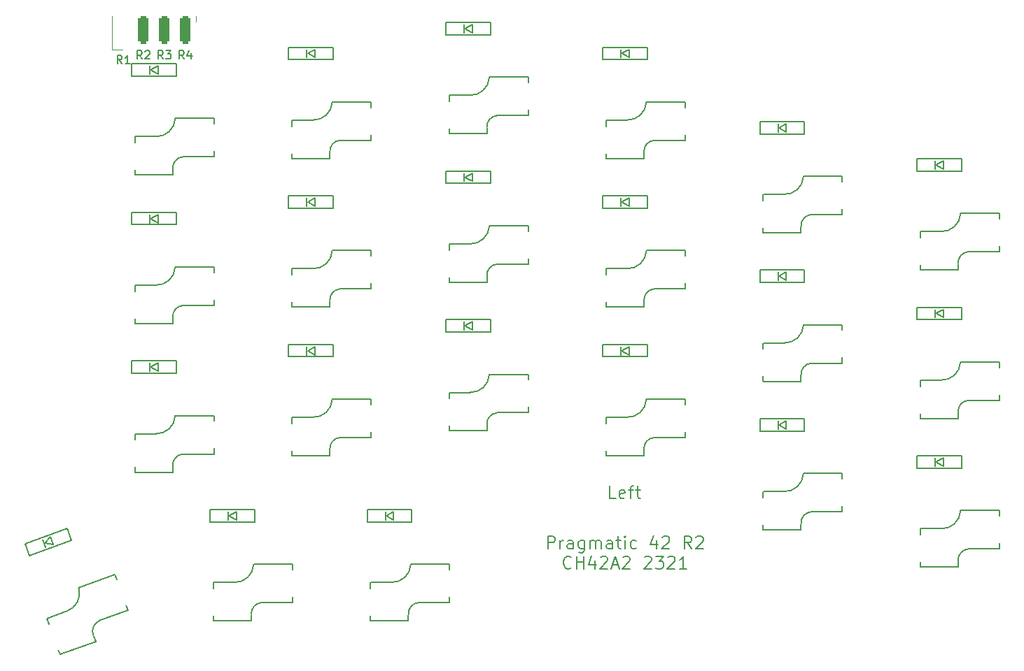
<source format=gto>
%TF.GenerationSoftware,KiCad,Pcbnew,7.0.2-0*%
%TF.CreationDate,2023-05-24T14:01:04+08:00*%
%TF.ProjectId,Input,496e7075-742e-46b6-9963-61645f706362,1*%
%TF.SameCoordinates,PX7bfa480PY6052340*%
%TF.FileFunction,Legend,Top*%
%TF.FilePolarity,Positive*%
%FSLAX46Y46*%
G04 Gerber Fmt 4.6, Leading zero omitted, Abs format (unit mm)*
G04 Created by KiCad (PCBNEW 7.0.2-0) date 2023-05-24 14:01:04*
%MOMM*%
%LPD*%
G01*
G04 APERTURE LIST*
G04 Aperture macros list*
%AMRoundRect*
0 Rectangle with rounded corners*
0 $1 Rounding radius*
0 $2 $3 $4 $5 $6 $7 $8 $9 X,Y pos of 4 corners*
0 Add a 4 corners polygon primitive as box body*
4,1,4,$2,$3,$4,$5,$6,$7,$8,$9,$2,$3,0*
0 Add four circle primitives for the rounded corners*
1,1,$1+$1,$2,$3*
1,1,$1+$1,$4,$5*
1,1,$1+$1,$6,$7*
1,1,$1+$1,$8,$9*
0 Add four rect primitives between the rounded corners*
20,1,$1+$1,$2,$3,$4,$5,0*
20,1,$1+$1,$4,$5,$6,$7,0*
20,1,$1+$1,$6,$7,$8,$9,0*
20,1,$1+$1,$8,$9,$2,$3,0*%
%AMRotRect*
0 Rectangle, with rotation*
0 The origin of the aperture is its center*
0 $1 length*
0 $2 width*
0 $3 Rotation angle, in degrees counterclockwise*
0 Add horizontal line*
21,1,$1,$2,0,0,$3*%
G04 Aperture macros list end*
%ADD10C,0.150000*%
%ADD11C,0.200000*%
%ADD12C,0.120000*%
%ADD13C,3.000000*%
%ADD14R,2.000000X2.600000*%
%ADD15C,3.200000*%
%ADD16R,1.400000X1.000000*%
%ADD17RotRect,1.400000X1.000000X20.000000*%
%ADD18R,1.270000X3.429000*%
%ADD19RoundRect,0.317500X-0.317500X-1.397000X0.317500X-1.397000X0.317500X1.397000X-0.317500X1.397000X0*%
%ADD20RotRect,2.000000X2.600000X200.000000*%
%ADD21C,1.700000*%
G04 APERTURE END LIST*
D10*
X-1446667Y23837381D02*
X-1780000Y24313572D01*
X-2018095Y23837381D02*
X-2018095Y24837381D01*
X-2018095Y24837381D02*
X-1637143Y24837381D01*
X-1637143Y24837381D02*
X-1541905Y24789762D01*
X-1541905Y24789762D02*
X-1494286Y24742143D01*
X-1494286Y24742143D02*
X-1446667Y24646905D01*
X-1446667Y24646905D02*
X-1446667Y24504048D01*
X-1446667Y24504048D02*
X-1494286Y24408810D01*
X-1494286Y24408810D02*
X-1541905Y24361191D01*
X-1541905Y24361191D02*
X-1637143Y24313572D01*
X-1637143Y24313572D02*
X-2018095Y24313572D01*
X-1065714Y24742143D02*
X-1018095Y24789762D01*
X-1018095Y24789762D02*
X-922857Y24837381D01*
X-922857Y24837381D02*
X-684762Y24837381D01*
X-684762Y24837381D02*
X-589524Y24789762D01*
X-589524Y24789762D02*
X-541905Y24742143D01*
X-541905Y24742143D02*
X-494286Y24646905D01*
X-494286Y24646905D02*
X-494286Y24551667D01*
X-494286Y24551667D02*
X-541905Y24408810D01*
X-541905Y24408810D02*
X-1113333Y23837381D01*
X-1113333Y23837381D02*
X-494286Y23837381D01*
X-3859667Y23257381D02*
X-4193000Y23733572D01*
X-4431095Y23257381D02*
X-4431095Y24257381D01*
X-4431095Y24257381D02*
X-4050143Y24257381D01*
X-4050143Y24257381D02*
X-3954905Y24209762D01*
X-3954905Y24209762D02*
X-3907286Y24162143D01*
X-3907286Y24162143D02*
X-3859667Y24066905D01*
X-3859667Y24066905D02*
X-3859667Y23924048D01*
X-3859667Y23924048D02*
X-3907286Y23828810D01*
X-3907286Y23828810D02*
X-3954905Y23781191D01*
X-3954905Y23781191D02*
X-4050143Y23733572D01*
X-4050143Y23733572D02*
X-4431095Y23733572D01*
X-2907286Y23257381D02*
X-3478714Y23257381D01*
X-3193000Y23257381D02*
X-3193000Y24257381D01*
X-3193000Y24257381D02*
X-3288238Y24114524D01*
X-3288238Y24114524D02*
X-3383476Y24019286D01*
X-3383476Y24019286D02*
X-3478714Y23971667D01*
D11*
X47642857Y-35478928D02*
X47642857Y-33978928D01*
X47642857Y-33978928D02*
X48214286Y-33978928D01*
X48214286Y-33978928D02*
X48357143Y-34050357D01*
X48357143Y-34050357D02*
X48428572Y-34121785D01*
X48428572Y-34121785D02*
X48500000Y-34264642D01*
X48500000Y-34264642D02*
X48500000Y-34478928D01*
X48500000Y-34478928D02*
X48428572Y-34621785D01*
X48428572Y-34621785D02*
X48357143Y-34693214D01*
X48357143Y-34693214D02*
X48214286Y-34764642D01*
X48214286Y-34764642D02*
X47642857Y-34764642D01*
X49142857Y-35478928D02*
X49142857Y-34478928D01*
X49142857Y-34764642D02*
X49214286Y-34621785D01*
X49214286Y-34621785D02*
X49285715Y-34550357D01*
X49285715Y-34550357D02*
X49428572Y-34478928D01*
X49428572Y-34478928D02*
X49571429Y-34478928D01*
X50714286Y-35478928D02*
X50714286Y-34693214D01*
X50714286Y-34693214D02*
X50642857Y-34550357D01*
X50642857Y-34550357D02*
X50500000Y-34478928D01*
X50500000Y-34478928D02*
X50214286Y-34478928D01*
X50214286Y-34478928D02*
X50071428Y-34550357D01*
X50714286Y-35407500D02*
X50571428Y-35478928D01*
X50571428Y-35478928D02*
X50214286Y-35478928D01*
X50214286Y-35478928D02*
X50071428Y-35407500D01*
X50071428Y-35407500D02*
X50000000Y-35264642D01*
X50000000Y-35264642D02*
X50000000Y-35121785D01*
X50000000Y-35121785D02*
X50071428Y-34978928D01*
X50071428Y-34978928D02*
X50214286Y-34907500D01*
X50214286Y-34907500D02*
X50571428Y-34907500D01*
X50571428Y-34907500D02*
X50714286Y-34836071D01*
X52071429Y-34478928D02*
X52071429Y-35693214D01*
X52071429Y-35693214D02*
X52000000Y-35836071D01*
X52000000Y-35836071D02*
X51928571Y-35907500D01*
X51928571Y-35907500D02*
X51785714Y-35978928D01*
X51785714Y-35978928D02*
X51571429Y-35978928D01*
X51571429Y-35978928D02*
X51428571Y-35907500D01*
X52071429Y-35407500D02*
X51928571Y-35478928D01*
X51928571Y-35478928D02*
X51642857Y-35478928D01*
X51642857Y-35478928D02*
X51500000Y-35407500D01*
X51500000Y-35407500D02*
X51428571Y-35336071D01*
X51428571Y-35336071D02*
X51357143Y-35193214D01*
X51357143Y-35193214D02*
X51357143Y-34764642D01*
X51357143Y-34764642D02*
X51428571Y-34621785D01*
X51428571Y-34621785D02*
X51500000Y-34550357D01*
X51500000Y-34550357D02*
X51642857Y-34478928D01*
X51642857Y-34478928D02*
X51928571Y-34478928D01*
X51928571Y-34478928D02*
X52071429Y-34550357D01*
X52785714Y-35478928D02*
X52785714Y-34478928D01*
X52785714Y-34621785D02*
X52857143Y-34550357D01*
X52857143Y-34550357D02*
X53000000Y-34478928D01*
X53000000Y-34478928D02*
X53214286Y-34478928D01*
X53214286Y-34478928D02*
X53357143Y-34550357D01*
X53357143Y-34550357D02*
X53428572Y-34693214D01*
X53428572Y-34693214D02*
X53428572Y-35478928D01*
X53428572Y-34693214D02*
X53500000Y-34550357D01*
X53500000Y-34550357D02*
X53642857Y-34478928D01*
X53642857Y-34478928D02*
X53857143Y-34478928D01*
X53857143Y-34478928D02*
X54000000Y-34550357D01*
X54000000Y-34550357D02*
X54071429Y-34693214D01*
X54071429Y-34693214D02*
X54071429Y-35478928D01*
X55428572Y-35478928D02*
X55428572Y-34693214D01*
X55428572Y-34693214D02*
X55357143Y-34550357D01*
X55357143Y-34550357D02*
X55214286Y-34478928D01*
X55214286Y-34478928D02*
X54928572Y-34478928D01*
X54928572Y-34478928D02*
X54785714Y-34550357D01*
X55428572Y-35407500D02*
X55285714Y-35478928D01*
X55285714Y-35478928D02*
X54928572Y-35478928D01*
X54928572Y-35478928D02*
X54785714Y-35407500D01*
X54785714Y-35407500D02*
X54714286Y-35264642D01*
X54714286Y-35264642D02*
X54714286Y-35121785D01*
X54714286Y-35121785D02*
X54785714Y-34978928D01*
X54785714Y-34978928D02*
X54928572Y-34907500D01*
X54928572Y-34907500D02*
X55285714Y-34907500D01*
X55285714Y-34907500D02*
X55428572Y-34836071D01*
X55928572Y-34478928D02*
X56500000Y-34478928D01*
X56142857Y-33978928D02*
X56142857Y-35264642D01*
X56142857Y-35264642D02*
X56214286Y-35407500D01*
X56214286Y-35407500D02*
X56357143Y-35478928D01*
X56357143Y-35478928D02*
X56500000Y-35478928D01*
X57000000Y-35478928D02*
X57000000Y-34478928D01*
X57000000Y-33978928D02*
X56928572Y-34050357D01*
X56928572Y-34050357D02*
X57000000Y-34121785D01*
X57000000Y-34121785D02*
X57071429Y-34050357D01*
X57071429Y-34050357D02*
X57000000Y-33978928D01*
X57000000Y-33978928D02*
X57000000Y-34121785D01*
X58357144Y-35407500D02*
X58214286Y-35478928D01*
X58214286Y-35478928D02*
X57928572Y-35478928D01*
X57928572Y-35478928D02*
X57785715Y-35407500D01*
X57785715Y-35407500D02*
X57714286Y-35336071D01*
X57714286Y-35336071D02*
X57642858Y-35193214D01*
X57642858Y-35193214D02*
X57642858Y-34764642D01*
X57642858Y-34764642D02*
X57714286Y-34621785D01*
X57714286Y-34621785D02*
X57785715Y-34550357D01*
X57785715Y-34550357D02*
X57928572Y-34478928D01*
X57928572Y-34478928D02*
X58214286Y-34478928D01*
X58214286Y-34478928D02*
X58357144Y-34550357D01*
X60785715Y-34478928D02*
X60785715Y-35478928D01*
X60428572Y-33907500D02*
X60071429Y-34978928D01*
X60071429Y-34978928D02*
X61000000Y-34978928D01*
X61500000Y-34121785D02*
X61571428Y-34050357D01*
X61571428Y-34050357D02*
X61714286Y-33978928D01*
X61714286Y-33978928D02*
X62071428Y-33978928D01*
X62071428Y-33978928D02*
X62214286Y-34050357D01*
X62214286Y-34050357D02*
X62285714Y-34121785D01*
X62285714Y-34121785D02*
X62357143Y-34264642D01*
X62357143Y-34264642D02*
X62357143Y-34407500D01*
X62357143Y-34407500D02*
X62285714Y-34621785D01*
X62285714Y-34621785D02*
X61428571Y-35478928D01*
X61428571Y-35478928D02*
X62357143Y-35478928D01*
X64999999Y-35478928D02*
X64499999Y-34764642D01*
X64142856Y-35478928D02*
X64142856Y-33978928D01*
X64142856Y-33978928D02*
X64714285Y-33978928D01*
X64714285Y-33978928D02*
X64857142Y-34050357D01*
X64857142Y-34050357D02*
X64928571Y-34121785D01*
X64928571Y-34121785D02*
X64999999Y-34264642D01*
X64999999Y-34264642D02*
X64999999Y-34478928D01*
X64999999Y-34478928D02*
X64928571Y-34621785D01*
X64928571Y-34621785D02*
X64857142Y-34693214D01*
X64857142Y-34693214D02*
X64714285Y-34764642D01*
X64714285Y-34764642D02*
X64142856Y-34764642D01*
X65571428Y-34121785D02*
X65642856Y-34050357D01*
X65642856Y-34050357D02*
X65785714Y-33978928D01*
X65785714Y-33978928D02*
X66142856Y-33978928D01*
X66142856Y-33978928D02*
X66285714Y-34050357D01*
X66285714Y-34050357D02*
X66357142Y-34121785D01*
X66357142Y-34121785D02*
X66428571Y-34264642D01*
X66428571Y-34264642D02*
X66428571Y-34407500D01*
X66428571Y-34407500D02*
X66357142Y-34621785D01*
X66357142Y-34621785D02*
X65499999Y-35478928D01*
X65499999Y-35478928D02*
X66428571Y-35478928D01*
X50464287Y-37766071D02*
X50392859Y-37837500D01*
X50392859Y-37837500D02*
X50178573Y-37908928D01*
X50178573Y-37908928D02*
X50035716Y-37908928D01*
X50035716Y-37908928D02*
X49821430Y-37837500D01*
X49821430Y-37837500D02*
X49678573Y-37694642D01*
X49678573Y-37694642D02*
X49607144Y-37551785D01*
X49607144Y-37551785D02*
X49535716Y-37266071D01*
X49535716Y-37266071D02*
X49535716Y-37051785D01*
X49535716Y-37051785D02*
X49607144Y-36766071D01*
X49607144Y-36766071D02*
X49678573Y-36623214D01*
X49678573Y-36623214D02*
X49821430Y-36480357D01*
X49821430Y-36480357D02*
X50035716Y-36408928D01*
X50035716Y-36408928D02*
X50178573Y-36408928D01*
X50178573Y-36408928D02*
X50392859Y-36480357D01*
X50392859Y-36480357D02*
X50464287Y-36551785D01*
X51107144Y-37908928D02*
X51107144Y-36408928D01*
X51107144Y-37123214D02*
X51964287Y-37123214D01*
X51964287Y-37908928D02*
X51964287Y-36408928D01*
X53321431Y-36908928D02*
X53321431Y-37908928D01*
X52964288Y-36337500D02*
X52607145Y-37408928D01*
X52607145Y-37408928D02*
X53535716Y-37408928D01*
X54035716Y-36551785D02*
X54107144Y-36480357D01*
X54107144Y-36480357D02*
X54250002Y-36408928D01*
X54250002Y-36408928D02*
X54607144Y-36408928D01*
X54607144Y-36408928D02*
X54750002Y-36480357D01*
X54750002Y-36480357D02*
X54821430Y-36551785D01*
X54821430Y-36551785D02*
X54892859Y-36694642D01*
X54892859Y-36694642D02*
X54892859Y-36837500D01*
X54892859Y-36837500D02*
X54821430Y-37051785D01*
X54821430Y-37051785D02*
X53964287Y-37908928D01*
X53964287Y-37908928D02*
X54892859Y-37908928D01*
X55464287Y-37480357D02*
X56178573Y-37480357D01*
X55321430Y-37908928D02*
X55821430Y-36408928D01*
X55821430Y-36408928D02*
X56321430Y-37908928D01*
X56750001Y-36551785D02*
X56821429Y-36480357D01*
X56821429Y-36480357D02*
X56964287Y-36408928D01*
X56964287Y-36408928D02*
X57321429Y-36408928D01*
X57321429Y-36408928D02*
X57464287Y-36480357D01*
X57464287Y-36480357D02*
X57535715Y-36551785D01*
X57535715Y-36551785D02*
X57607144Y-36694642D01*
X57607144Y-36694642D02*
X57607144Y-36837500D01*
X57607144Y-36837500D02*
X57535715Y-37051785D01*
X57535715Y-37051785D02*
X56678572Y-37908928D01*
X56678572Y-37908928D02*
X57607144Y-37908928D01*
X59321429Y-36551785D02*
X59392857Y-36480357D01*
X59392857Y-36480357D02*
X59535715Y-36408928D01*
X59535715Y-36408928D02*
X59892857Y-36408928D01*
X59892857Y-36408928D02*
X60035715Y-36480357D01*
X60035715Y-36480357D02*
X60107143Y-36551785D01*
X60107143Y-36551785D02*
X60178572Y-36694642D01*
X60178572Y-36694642D02*
X60178572Y-36837500D01*
X60178572Y-36837500D02*
X60107143Y-37051785D01*
X60107143Y-37051785D02*
X59250000Y-37908928D01*
X59250000Y-37908928D02*
X60178572Y-37908928D01*
X60678571Y-36408928D02*
X61607143Y-36408928D01*
X61607143Y-36408928D02*
X61107143Y-36980357D01*
X61107143Y-36980357D02*
X61321428Y-36980357D01*
X61321428Y-36980357D02*
X61464286Y-37051785D01*
X61464286Y-37051785D02*
X61535714Y-37123214D01*
X61535714Y-37123214D02*
X61607143Y-37266071D01*
X61607143Y-37266071D02*
X61607143Y-37623214D01*
X61607143Y-37623214D02*
X61535714Y-37766071D01*
X61535714Y-37766071D02*
X61464286Y-37837500D01*
X61464286Y-37837500D02*
X61321428Y-37908928D01*
X61321428Y-37908928D02*
X60892857Y-37908928D01*
X60892857Y-37908928D02*
X60750000Y-37837500D01*
X60750000Y-37837500D02*
X60678571Y-37766071D01*
X62178571Y-36551785D02*
X62249999Y-36480357D01*
X62249999Y-36480357D02*
X62392857Y-36408928D01*
X62392857Y-36408928D02*
X62749999Y-36408928D01*
X62749999Y-36408928D02*
X62892857Y-36480357D01*
X62892857Y-36480357D02*
X62964285Y-36551785D01*
X62964285Y-36551785D02*
X63035714Y-36694642D01*
X63035714Y-36694642D02*
X63035714Y-36837500D01*
X63035714Y-36837500D02*
X62964285Y-37051785D01*
X62964285Y-37051785D02*
X62107142Y-37908928D01*
X62107142Y-37908928D02*
X63035714Y-37908928D01*
X64464285Y-37908928D02*
X63607142Y-37908928D01*
X64035713Y-37908928D02*
X64035713Y-36408928D01*
X64035713Y-36408928D02*
X63892856Y-36623214D01*
X63892856Y-36623214D02*
X63749999Y-36766071D01*
X63749999Y-36766071D02*
X63607142Y-36837500D01*
D10*
X3633333Y23837381D02*
X3300000Y24313572D01*
X3061905Y23837381D02*
X3061905Y24837381D01*
X3061905Y24837381D02*
X3442857Y24837381D01*
X3442857Y24837381D02*
X3538095Y24789762D01*
X3538095Y24789762D02*
X3585714Y24742143D01*
X3585714Y24742143D02*
X3633333Y24646905D01*
X3633333Y24646905D02*
X3633333Y24504048D01*
X3633333Y24504048D02*
X3585714Y24408810D01*
X3585714Y24408810D02*
X3538095Y24361191D01*
X3538095Y24361191D02*
X3442857Y24313572D01*
X3442857Y24313572D02*
X3061905Y24313572D01*
X4490476Y24504048D02*
X4490476Y23837381D01*
X4252381Y24885000D02*
X4014286Y24170715D01*
X4014286Y24170715D02*
X4633333Y24170715D01*
X1093333Y23837381D02*
X760000Y24313572D01*
X521905Y23837381D02*
X521905Y24837381D01*
X521905Y24837381D02*
X902857Y24837381D01*
X902857Y24837381D02*
X998095Y24789762D01*
X998095Y24789762D02*
X1045714Y24742143D01*
X1045714Y24742143D02*
X1093333Y24646905D01*
X1093333Y24646905D02*
X1093333Y24504048D01*
X1093333Y24504048D02*
X1045714Y24408810D01*
X1045714Y24408810D02*
X998095Y24361191D01*
X998095Y24361191D02*
X902857Y24313572D01*
X902857Y24313572D02*
X521905Y24313572D01*
X1426667Y24837381D02*
X2045714Y24837381D01*
X2045714Y24837381D02*
X1712381Y24456429D01*
X1712381Y24456429D02*
X1855238Y24456429D01*
X1855238Y24456429D02*
X1950476Y24408810D01*
X1950476Y24408810D02*
X1998095Y24361191D01*
X1998095Y24361191D02*
X2045714Y24265953D01*
X2045714Y24265953D02*
X2045714Y24027858D01*
X2045714Y24027858D02*
X1998095Y23932620D01*
X1998095Y23932620D02*
X1950476Y23885000D01*
X1950476Y23885000D02*
X1855238Y23837381D01*
X1855238Y23837381D02*
X1569524Y23837381D01*
X1569524Y23837381D02*
X1474286Y23885000D01*
X1474286Y23885000D02*
X1426667Y23932620D01*
D11*
X55864285Y-29393928D02*
X55149999Y-29393928D01*
X55149999Y-29393928D02*
X55149999Y-27893928D01*
X56935714Y-29322500D02*
X56792857Y-29393928D01*
X56792857Y-29393928D02*
X56507143Y-29393928D01*
X56507143Y-29393928D02*
X56364285Y-29322500D01*
X56364285Y-29322500D02*
X56292857Y-29179642D01*
X56292857Y-29179642D02*
X56292857Y-28608214D01*
X56292857Y-28608214D02*
X56364285Y-28465357D01*
X56364285Y-28465357D02*
X56507143Y-28393928D01*
X56507143Y-28393928D02*
X56792857Y-28393928D01*
X56792857Y-28393928D02*
X56935714Y-28465357D01*
X56935714Y-28465357D02*
X57007143Y-28608214D01*
X57007143Y-28608214D02*
X57007143Y-28751071D01*
X57007143Y-28751071D02*
X56292857Y-28893928D01*
X57435714Y-28393928D02*
X58007142Y-28393928D01*
X57649999Y-29393928D02*
X57649999Y-28108214D01*
X57649999Y-28108214D02*
X57721428Y-27965357D01*
X57721428Y-27965357D02*
X57864285Y-27893928D01*
X57864285Y-27893928D02*
X58007142Y-27893928D01*
X58292857Y-28393928D02*
X58864285Y-28393928D01*
X58507142Y-27893928D02*
X58507142Y-29179642D01*
X58507142Y-29179642D02*
X58578571Y-29322500D01*
X58578571Y-29322500D02*
X58721428Y-29393928D01*
X58721428Y-29393928D02*
X58864285Y-29393928D01*
D10*
%TO.C,SW17*%
X16700000Y16400000D02*
X16700000Y15682000D01*
X16700000Y15682000D02*
X16700000Y15682000D01*
X16700000Y12380000D02*
X16700000Y11800000D01*
X16725000Y16425000D02*
X19275000Y16425000D01*
X16725000Y11775000D02*
X21275000Y11775000D01*
X21280000Y12500000D02*
X21280000Y11800000D01*
X21575000Y18625000D02*
X26275000Y18625000D01*
X22500000Y13975000D02*
X26275000Y13975000D01*
X26275000Y18625000D02*
X26275000Y17968000D01*
X26275000Y14666000D02*
X26275000Y13975000D01*
X22500000Y13970000D02*
G75*
G03*
X21280000Y12550000I100000J-1320000D01*
G01*
X19200000Y16430001D02*
G75*
G03*
X21569999Y18600000I100000J2269999D01*
G01*
%TO.C,SW29*%
X16700000Y-1600000D02*
X16700000Y-2318000D01*
X16700000Y-2318000D02*
X16700000Y-2318000D01*
X16700000Y-5620000D02*
X16700000Y-6200000D01*
X16725000Y-1575000D02*
X19275000Y-1575000D01*
X16725000Y-6225000D02*
X21275000Y-6225000D01*
X21280000Y-5500000D02*
X21280000Y-6200000D01*
X21575000Y625000D02*
X26275000Y625000D01*
X22500000Y-4025000D02*
X26275000Y-4025000D01*
X26275000Y625000D02*
X26275000Y-32000D01*
X26275000Y-3334000D02*
X26275000Y-4025000D01*
X22500000Y-4030000D02*
G75*
G03*
X21280000Y-5450000I100000J-1320000D01*
G01*
X19200000Y-1569999D02*
G75*
G03*
X21569999Y600000I100000J2269999D01*
G01*
%TO.C,D27*%
X54300000Y7250000D02*
X54300000Y5750000D01*
X54300000Y5750000D02*
X59700000Y5750000D01*
X56500000Y7000000D02*
X56500000Y6000000D01*
X56600000Y6500000D02*
X57500000Y7000000D01*
X57500000Y7000000D02*
X57500000Y6000000D01*
X57500000Y6000000D02*
X56600000Y6500000D01*
X59700000Y7250000D02*
X54300000Y7250000D01*
X59700000Y7250000D02*
X59700000Y5750000D01*
%TO.C,D18*%
X-2700000Y23250000D02*
X-2700000Y21750000D01*
X-2700000Y21750000D02*
X2700000Y21750000D01*
X-500000Y23000000D02*
X-500000Y22000000D01*
X-400000Y22500000D02*
X500000Y23000000D01*
X500000Y23000000D02*
X500000Y22000000D01*
X500000Y22000000D02*
X-400000Y22500000D01*
X2700000Y23250000D02*
X-2700000Y23250000D01*
X2700000Y23250000D02*
X2700000Y21750000D01*
%TO.C,SW15*%
X54700000Y16400000D02*
X54700000Y15682000D01*
X54700000Y15682000D02*
X54700000Y15682000D01*
X54700000Y12380000D02*
X54700000Y11800000D01*
X54725000Y16425000D02*
X57275000Y16425000D01*
X54725000Y11775000D02*
X59275000Y11775000D01*
X59280000Y12500000D02*
X59280000Y11800000D01*
X59575000Y18625000D02*
X64275000Y18625000D01*
X60500000Y13975000D02*
X64275000Y13975000D01*
X64275000Y18625000D02*
X64275000Y17968000D01*
X64275000Y14666000D02*
X64275000Y13975000D01*
X60500000Y13970000D02*
G75*
G03*
X59280000Y12550000I100000J-1320000D01*
G01*
X57200000Y16430001D02*
G75*
G03*
X59569999Y18600000I100000J2269999D01*
G01*
%TO.C,D15*%
X54300000Y25250000D02*
X54300000Y23750000D01*
X54300000Y23750000D02*
X59700000Y23750000D01*
X56500000Y25000000D02*
X56500000Y24000000D01*
X56600000Y24500000D02*
X57500000Y25000000D01*
X57500000Y25000000D02*
X57500000Y24000000D01*
X57500000Y24000000D02*
X56600000Y24500000D01*
X59700000Y25250000D02*
X54300000Y25250000D01*
X59700000Y25250000D02*
X59700000Y23750000D01*
%TO.C,D37*%
X92300000Y-24250000D02*
X92300000Y-25750000D01*
X92300000Y-25750000D02*
X97700000Y-25750000D01*
X94500000Y-24500000D02*
X94500000Y-25500000D01*
X94600000Y-25000000D02*
X95500000Y-24500000D01*
X95500000Y-24500000D02*
X95500000Y-25500000D01*
X95500000Y-25500000D02*
X94600000Y-25000000D01*
X97700000Y-24250000D02*
X92300000Y-24250000D01*
X97700000Y-24250000D02*
X97700000Y-25750000D01*
%TO.C,D52*%
X25800000Y-30750000D02*
X25800000Y-32250000D01*
X25800000Y-32250000D02*
X31200000Y-32250000D01*
X28000000Y-31000000D02*
X28000000Y-32000000D01*
X28100000Y-31500000D02*
X29000000Y-31000000D01*
X29000000Y-31000000D02*
X29000000Y-32000000D01*
X29000000Y-32000000D02*
X28100000Y-31500000D01*
X31200000Y-30750000D02*
X25800000Y-30750000D01*
X31200000Y-30750000D02*
X31200000Y-32250000D01*
%TO.C,D16*%
X35300000Y28250000D02*
X35300000Y26750000D01*
X35300000Y26750000D02*
X40700000Y26750000D01*
X37500000Y28000000D02*
X37500000Y27000000D01*
X37600000Y27500000D02*
X38500000Y28000000D01*
X38500000Y28000000D02*
X38500000Y27000000D01*
X38500000Y27000000D02*
X37600000Y27500000D01*
X40700000Y28250000D02*
X35300000Y28250000D01*
X40700000Y28250000D02*
X40700000Y26750000D01*
%TO.C,SW26*%
X73700000Y-10600000D02*
X73700000Y-11318000D01*
X73700000Y-11318000D02*
X73700000Y-11318000D01*
X73700000Y-14620000D02*
X73700000Y-15200000D01*
X73725000Y-10575000D02*
X76275000Y-10575000D01*
X73725000Y-15225000D02*
X78275000Y-15225000D01*
X78280000Y-14500000D02*
X78280000Y-15200000D01*
X78575000Y-8375000D02*
X83275000Y-8375000D01*
X79500000Y-13025000D02*
X83275000Y-13025000D01*
X83275000Y-8375000D02*
X83275000Y-9032000D01*
X83275000Y-12334000D02*
X83275000Y-13025000D01*
X79500000Y-13030000D02*
G75*
G03*
X78280000Y-14450000I100000J-1320000D01*
G01*
X76200000Y-10569999D02*
G75*
G03*
X78569999Y-8400000I100000J2269999D01*
G01*
%TO.C,SW38*%
X73700000Y-28600000D02*
X73700000Y-29318000D01*
X73700000Y-29318000D02*
X73700000Y-29318000D01*
X73700000Y-32620000D02*
X73700000Y-33200000D01*
X73725000Y-28575000D02*
X76275000Y-28575000D01*
X73725000Y-33225000D02*
X78275000Y-33225000D01*
X78280000Y-32500000D02*
X78280000Y-33200000D01*
X78575000Y-26375000D02*
X83275000Y-26375000D01*
X79500000Y-31025000D02*
X83275000Y-31025000D01*
X83275000Y-26375000D02*
X83275000Y-27032000D01*
X83275000Y-30334000D02*
X83275000Y-31025000D01*
X79500000Y-31030000D02*
G75*
G03*
X78280000Y-32450000I100000J-1320000D01*
G01*
X76200000Y-28569999D02*
G75*
G03*
X78569999Y-26400000I100000J2269999D01*
G01*
%TO.C,D54*%
X-15593685Y-34918685D02*
X-15080655Y-36328224D01*
X-15080655Y-36328224D02*
X-10006315Y-34481315D01*
X-13440856Y-34401164D02*
X-13098836Y-35340856D01*
X-13175877Y-34836808D02*
X-12501164Y-34059144D01*
X-12501164Y-34059144D02*
X-12159144Y-34998836D01*
X-12159144Y-34998836D02*
X-13175877Y-34836808D01*
X-10519345Y-33071776D02*
X-15593685Y-34918685D01*
X-10519345Y-33071776D02*
X-10006315Y-34481315D01*
%TO.C,SW27*%
X54700000Y-1600000D02*
X54700000Y-2318000D01*
X54700000Y-2318000D02*
X54700000Y-2318000D01*
X54700000Y-5620000D02*
X54700000Y-6200000D01*
X54725000Y-1575000D02*
X57275000Y-1575000D01*
X54725000Y-6225000D02*
X59275000Y-6225000D01*
X59280000Y-5500000D02*
X59280000Y-6200000D01*
X59575000Y625000D02*
X64275000Y625000D01*
X60500000Y-4025000D02*
X64275000Y-4025000D01*
X64275000Y625000D02*
X64275000Y-32000D01*
X64275000Y-3334000D02*
X64275000Y-4025000D01*
X60500000Y-4030000D02*
G75*
G03*
X59280000Y-5450000I100000J-1320000D01*
G01*
X57200000Y-1569999D02*
G75*
G03*
X59569999Y600000I100000J2269999D01*
G01*
%TO.C,D53*%
X6800000Y-30750000D02*
X6800000Y-32250000D01*
X6800000Y-32250000D02*
X12200000Y-32250000D01*
X9000000Y-31000000D02*
X9000000Y-32000000D01*
X9100000Y-31500000D02*
X10000000Y-31000000D01*
X10000000Y-31000000D02*
X10000000Y-32000000D01*
X10000000Y-32000000D02*
X9100000Y-31500000D01*
X12200000Y-30750000D02*
X6800000Y-30750000D01*
X12200000Y-30750000D02*
X12200000Y-32250000D01*
%TO.C,D39*%
X54300000Y-10750000D02*
X54300000Y-12250000D01*
X54300000Y-12250000D02*
X59700000Y-12250000D01*
X56500000Y-11000000D02*
X56500000Y-12000000D01*
X56600000Y-11500000D02*
X57500000Y-11000000D01*
X57500000Y-11000000D02*
X57500000Y-12000000D01*
X57500000Y-12000000D02*
X56600000Y-11500000D01*
X59700000Y-10750000D02*
X54300000Y-10750000D01*
X59700000Y-10750000D02*
X59700000Y-12250000D01*
%TO.C,SW52*%
X26200000Y-39600000D02*
X26200000Y-40318000D01*
X26200000Y-40318000D02*
X26200000Y-40318000D01*
X26200000Y-43620000D02*
X26200000Y-44200000D01*
X26225000Y-39575000D02*
X28775000Y-39575000D01*
X26225000Y-44225000D02*
X30775000Y-44225000D01*
X30780000Y-43500000D02*
X30780000Y-44200000D01*
X31075000Y-37375000D02*
X35775000Y-37375000D01*
X32000000Y-42025000D02*
X35775000Y-42025000D01*
X35775000Y-37375000D02*
X35775000Y-38032000D01*
X35775000Y-41334000D02*
X35775000Y-42025000D01*
X32000000Y-42030000D02*
G75*
G03*
X30780000Y-43450000I100000J-1320000D01*
G01*
X28700000Y-39569999D02*
G75*
G03*
X31069999Y-37400000I100000J2269999D01*
G01*
%TO.C,D42*%
X-2700000Y-12750000D02*
X-2700000Y-14250000D01*
X-2700000Y-14250000D02*
X2700000Y-14250000D01*
X-500000Y-13000000D02*
X-500000Y-14000000D01*
X-400000Y-13500000D02*
X500000Y-13000000D01*
X500000Y-13000000D02*
X500000Y-14000000D01*
X500000Y-14000000D02*
X-400000Y-13500000D01*
X2700000Y-12750000D02*
X-2700000Y-12750000D01*
X2700000Y-12750000D02*
X2700000Y-14250000D01*
%TO.C,D30*%
X-2700000Y5250000D02*
X-2700000Y3750000D01*
X-2700000Y3750000D02*
X2700000Y3750000D01*
X-500000Y5000000D02*
X-500000Y4000000D01*
X-400000Y4500000D02*
X500000Y5000000D01*
X500000Y5000000D02*
X500000Y4000000D01*
X500000Y4000000D02*
X-400000Y4500000D01*
X2700000Y5250000D02*
X-2700000Y5250000D01*
X2700000Y5250000D02*
X2700000Y3750000D01*
%TO.C,SW13*%
X92700000Y2900000D02*
X92700000Y2182000D01*
X92700000Y2182000D02*
X92700000Y2182000D01*
X92700000Y-1120000D02*
X92700000Y-1700000D01*
X92725000Y2925000D02*
X95275000Y2925000D01*
X92725000Y-1725000D02*
X97275000Y-1725000D01*
X97280000Y-1000000D02*
X97280000Y-1700000D01*
X97575000Y5125000D02*
X102275000Y5125000D01*
X98500000Y475000D02*
X102275000Y475000D01*
X102275000Y5125000D02*
X102275000Y4468000D01*
X102275000Y1166000D02*
X102275000Y475000D01*
X98500000Y470000D02*
G75*
G03*
X97280000Y-950000I100000J-1320000D01*
G01*
X95200000Y2930001D02*
G75*
G03*
X97569999Y5100000I100000J2269999D01*
G01*
%TO.C,D28*%
X35300000Y10250000D02*
X35300000Y8750000D01*
X35300000Y8750000D02*
X40700000Y8750000D01*
X37500000Y10000000D02*
X37500000Y9000000D01*
X37600000Y9500000D02*
X38500000Y10000000D01*
X38500000Y10000000D02*
X38500000Y9000000D01*
X38500000Y9000000D02*
X37600000Y9500000D01*
X40700000Y10250000D02*
X35300000Y10250000D01*
X40700000Y10250000D02*
X40700000Y8750000D01*
%TO.C,SW28*%
X35700000Y1400000D02*
X35700000Y682000D01*
X35700000Y682000D02*
X35700000Y682000D01*
X35700000Y-2620000D02*
X35700000Y-3200000D01*
X35725000Y1425000D02*
X38275000Y1425000D01*
X35725000Y-3225000D02*
X40275000Y-3225000D01*
X40280000Y-2500000D02*
X40280000Y-3200000D01*
X40575000Y3625000D02*
X45275000Y3625000D01*
X41500000Y-1025000D02*
X45275000Y-1025000D01*
X45275000Y3625000D02*
X45275000Y2968000D01*
X45275000Y-334000D02*
X45275000Y-1025000D01*
X41500000Y-1030000D02*
G75*
G03*
X40280000Y-2450000I100000J-1320000D01*
G01*
X38200000Y1430001D02*
G75*
G03*
X40569999Y3600000I100000J2269999D01*
G01*
%TO.C,D13*%
X92300000Y11750000D02*
X92300000Y10250000D01*
X92300000Y10250000D02*
X97700000Y10250000D01*
X94500000Y11500000D02*
X94500000Y10500000D01*
X94600000Y11000000D02*
X95500000Y11500000D01*
X95500000Y11500000D02*
X95500000Y10500000D01*
X95500000Y10500000D02*
X94600000Y11000000D01*
X97700000Y11750000D02*
X92300000Y11750000D01*
X97700000Y11750000D02*
X97700000Y10250000D01*
%TO.C,SW42*%
X-2300000Y-21600000D02*
X-2300000Y-22318000D01*
X-2300000Y-22318000D02*
X-2300000Y-22318000D01*
X-2300000Y-25620000D02*
X-2300000Y-26200000D01*
X-2275000Y-21575000D02*
X275000Y-21575000D01*
X-2275000Y-26225000D02*
X2275000Y-26225000D01*
X2280000Y-25500000D02*
X2280000Y-26200000D01*
X2575000Y-19375000D02*
X7275000Y-19375000D01*
X3500000Y-24025000D02*
X7275000Y-24025000D01*
X7275000Y-19375000D02*
X7275000Y-20032000D01*
X7275000Y-23334000D02*
X7275000Y-24025000D01*
X3500000Y-24030000D02*
G75*
G03*
X2280000Y-25450000I100000J-1320000D01*
G01*
X200000Y-21569999D02*
G75*
G03*
X2569999Y-19400000I100000J2269999D01*
G01*
%TO.C,SW14*%
X73700000Y7400000D02*
X73700000Y6682000D01*
X73700000Y6682000D02*
X73700000Y6682000D01*
X73700000Y3380000D02*
X73700000Y2800000D01*
X73725000Y7425000D02*
X76275000Y7425000D01*
X73725000Y2775000D02*
X78275000Y2775000D01*
X78280000Y3500000D02*
X78280000Y2800000D01*
X78575000Y9625000D02*
X83275000Y9625000D01*
X79500000Y4975000D02*
X83275000Y4975000D01*
X83275000Y9625000D02*
X83275000Y8968000D01*
X83275000Y5666000D02*
X83275000Y4975000D01*
X79500000Y4970000D02*
G75*
G03*
X78280000Y3550000I100000J-1320000D01*
G01*
X76200000Y7430001D02*
G75*
G03*
X78569999Y9600000I100000J2269999D01*
G01*
%TO.C,SW30*%
X-2300000Y-3600000D02*
X-2300000Y-4318000D01*
X-2300000Y-4318000D02*
X-2300000Y-4318000D01*
X-2300000Y-7620000D02*
X-2300000Y-8200000D01*
X-2275000Y-3575000D02*
X275000Y-3575000D01*
X-2275000Y-8225000D02*
X2275000Y-8225000D01*
X2280000Y-7500000D02*
X2280000Y-8200000D01*
X2575000Y-1375000D02*
X7275000Y-1375000D01*
X3500000Y-6025000D02*
X7275000Y-6025000D01*
X7275000Y-1375000D02*
X7275000Y-2032000D01*
X7275000Y-5334000D02*
X7275000Y-6025000D01*
X3500000Y-6030000D02*
G75*
G03*
X2280000Y-7450000I100000J-1320000D01*
G01*
X200000Y-3569999D02*
G75*
G03*
X2569999Y-1400000I100000J2269999D01*
G01*
D12*
%TO.C,J1*%
X5080000Y28365000D02*
X5080000Y29000000D01*
X-3810000Y25000000D02*
X-5080000Y25000000D01*
X-5080000Y25000000D02*
X-5080000Y29000000D01*
D10*
%TO.C,D26*%
X73300000Y-1750000D02*
X73300000Y-3250000D01*
X73300000Y-3250000D02*
X78700000Y-3250000D01*
X75500000Y-2000000D02*
X75500000Y-3000000D01*
X75600000Y-2500000D02*
X76500000Y-2000000D01*
X76500000Y-2000000D02*
X76500000Y-3000000D01*
X76500000Y-3000000D02*
X75600000Y-2500000D01*
X78700000Y-1750000D02*
X73300000Y-1750000D01*
X78700000Y-1750000D02*
X78700000Y-3250000D01*
%TO.C,SW53*%
X7199996Y-39600000D02*
X7199996Y-40318000D01*
X7199996Y-40318000D02*
X7199996Y-40318000D01*
X7199996Y-43620000D02*
X7199996Y-44200000D01*
X7224996Y-39575000D02*
X9774996Y-39575000D01*
X7224996Y-44225000D02*
X11774996Y-44225000D01*
X11779996Y-43500000D02*
X11779996Y-44200000D01*
X12074996Y-37375000D02*
X16774996Y-37375000D01*
X12999996Y-42025000D02*
X16774996Y-42025000D01*
X16774996Y-37375000D02*
X16774996Y-38032000D01*
X16774996Y-41334000D02*
X16774996Y-42025000D01*
X12999996Y-42030000D02*
G75*
G03*
X11779996Y-43450000I100000J-1320000D01*
G01*
X9699996Y-39569999D02*
G75*
G03*
X12069995Y-37400000I100000J2269999D01*
G01*
%TO.C,SW18*%
X-2300000Y14400000D02*
X-2300000Y13682000D01*
X-2300000Y13682000D02*
X-2300000Y13682000D01*
X-2300000Y10380000D02*
X-2300000Y9800000D01*
X-2275000Y14425000D02*
X275000Y14425000D01*
X-2275000Y9775000D02*
X2275000Y9775000D01*
X2280000Y10500000D02*
X2280000Y9800000D01*
X2575000Y16625000D02*
X7275000Y16625000D01*
X3500000Y11975000D02*
X7275000Y11975000D01*
X7275000Y16625000D02*
X7275000Y15968000D01*
X7275000Y12666000D02*
X7275000Y11975000D01*
X3500000Y11970000D02*
G75*
G03*
X2280000Y10550000I100000J-1320000D01*
G01*
X200000Y14430001D02*
G75*
G03*
X2569999Y16600000I100000J2269999D01*
G01*
%TO.C,SW40*%
X35700000Y-16600000D02*
X35700000Y-17318000D01*
X35700000Y-17318000D02*
X35700000Y-17318000D01*
X35700000Y-20620000D02*
X35700000Y-21200000D01*
X35725000Y-16575000D02*
X38275000Y-16575000D01*
X35725000Y-21225000D02*
X40275000Y-21225000D01*
X40280000Y-20500000D02*
X40280000Y-21200000D01*
X40575000Y-14375000D02*
X45275000Y-14375000D01*
X41500000Y-19025000D02*
X45275000Y-19025000D01*
X45275000Y-14375000D02*
X45275000Y-15032000D01*
X45275000Y-18334000D02*
X45275000Y-19025000D01*
X41500000Y-19030000D02*
G75*
G03*
X40280000Y-20450000I100000J-1320000D01*
G01*
X38200000Y-16569999D02*
G75*
G03*
X40569999Y-14400000I100000J2269999D01*
G01*
%TO.C,SW41*%
X16700000Y-19600000D02*
X16700000Y-20318000D01*
X16700000Y-20318000D02*
X16700000Y-20318000D01*
X16700000Y-23620000D02*
X16700000Y-24200000D01*
X16725000Y-19575000D02*
X19275000Y-19575000D01*
X16725000Y-24225000D02*
X21275000Y-24225000D01*
X21280000Y-23500000D02*
X21280000Y-24200000D01*
X21575000Y-17375000D02*
X26275000Y-17375000D01*
X22500000Y-22025000D02*
X26275000Y-22025000D01*
X26275000Y-17375000D02*
X26275000Y-18032000D01*
X26275000Y-21334000D02*
X26275000Y-22025000D01*
X22500000Y-22030000D02*
G75*
G03*
X21280000Y-23450000I100000J-1320000D01*
G01*
X19200000Y-19569999D02*
G75*
G03*
X21569999Y-17400000I100000J2269999D01*
G01*
%TO.C,D14*%
X73300000Y16250000D02*
X73300000Y14750000D01*
X73300000Y14750000D02*
X78700000Y14750000D01*
X75500000Y16000000D02*
X75500000Y15000000D01*
X75600000Y15500000D02*
X76500000Y16000000D01*
X76500000Y16000000D02*
X76500000Y15000000D01*
X76500000Y15000000D02*
X75600000Y15500000D01*
X78700000Y16250000D02*
X73300000Y16250000D01*
X78700000Y16250000D02*
X78700000Y14750000D01*
%TO.C,D17*%
X16300000Y25250000D02*
X16300000Y23750000D01*
X16300000Y23750000D02*
X21700000Y23750000D01*
X18500000Y25000000D02*
X18500000Y24000000D01*
X18600000Y24500000D02*
X19500000Y25000000D01*
X19500000Y25000000D02*
X19500000Y24000000D01*
X19500000Y24000000D02*
X18600000Y24500000D01*
X21700000Y25250000D02*
X16300000Y25250000D01*
X21700000Y25250000D02*
X21700000Y23750000D01*
%TO.C,SW39*%
X54700000Y-19600000D02*
X54700000Y-20318000D01*
X54700000Y-20318000D02*
X54700000Y-20318000D01*
X54700000Y-23620000D02*
X54700000Y-24200000D01*
X54725000Y-19575000D02*
X57275000Y-19575000D01*
X54725000Y-24225000D02*
X59275000Y-24225000D01*
X59280000Y-23500000D02*
X59280000Y-24200000D01*
X59575000Y-17375000D02*
X64275000Y-17375000D01*
X60500000Y-22025000D02*
X64275000Y-22025000D01*
X64275000Y-17375000D02*
X64275000Y-18032000D01*
X64275000Y-21334000D02*
X64275000Y-22025000D01*
X60500000Y-22030000D02*
G75*
G03*
X59280000Y-23450000I100000J-1320000D01*
G01*
X57200000Y-19569999D02*
G75*
G03*
X59569999Y-17400000I100000J2269999D01*
G01*
%TO.C,D40*%
X35300000Y-7750000D02*
X35300000Y-9250000D01*
X35300000Y-9250000D02*
X40700000Y-9250000D01*
X37500000Y-8000000D02*
X37500000Y-9000000D01*
X37600000Y-8500000D02*
X38500000Y-8000000D01*
X38500000Y-8000000D02*
X38500000Y-9000000D01*
X38500000Y-9000000D02*
X37600000Y-8500000D01*
X40700000Y-7750000D02*
X35300000Y-7750000D01*
X40700000Y-7750000D02*
X40700000Y-9250000D01*
%TO.C,SW25*%
X92700000Y-15100000D02*
X92700000Y-15818000D01*
X92700000Y-15818000D02*
X92700000Y-15818000D01*
X92700000Y-19120000D02*
X92700000Y-19700000D01*
X92725000Y-15075000D02*
X95275000Y-15075000D01*
X92725000Y-19725000D02*
X97275000Y-19725000D01*
X97280000Y-19000000D02*
X97280000Y-19700000D01*
X97575000Y-12875000D02*
X102275000Y-12875000D01*
X98500000Y-17525000D02*
X102275000Y-17525000D01*
X102275000Y-12875000D02*
X102275000Y-13532000D01*
X102275000Y-16834000D02*
X102275000Y-17525000D01*
X98500000Y-17530000D02*
G75*
G03*
X97280000Y-18950000I100000J-1320000D01*
G01*
X95200000Y-15069999D02*
G75*
G03*
X97569999Y-12900000I100000J2269999D01*
G01*
%TO.C,D29*%
X16300000Y7250000D02*
X16300000Y5750000D01*
X16300000Y5750000D02*
X21700000Y5750000D01*
X18500000Y7000000D02*
X18500000Y6000000D01*
X18600000Y6500000D02*
X19500000Y7000000D01*
X19500000Y7000000D02*
X19500000Y6000000D01*
X19500000Y6000000D02*
X18600000Y6500000D01*
X21700000Y7250000D02*
X16300000Y7250000D01*
X21700000Y7250000D02*
X21700000Y5750000D01*
%TO.C,D25*%
X92300000Y-6250000D02*
X92300000Y-7750000D01*
X92300000Y-7750000D02*
X97700000Y-7750000D01*
X94500000Y-6500000D02*
X94500000Y-7500000D01*
X94600000Y-7000000D02*
X95500000Y-6500000D01*
X95500000Y-6500000D02*
X95500000Y-7500000D01*
X95500000Y-7500000D02*
X94600000Y-7000000D01*
X97700000Y-6250000D02*
X92300000Y-6250000D01*
X97700000Y-6250000D02*
X97700000Y-7750000D01*
%TO.C,SW16*%
X35700000Y19400000D02*
X35700000Y18682000D01*
X35700000Y18682000D02*
X35700000Y18682000D01*
X35700000Y15380000D02*
X35700000Y14800000D01*
X35725000Y19425000D02*
X38275000Y19425000D01*
X35725000Y14775000D02*
X40275000Y14775000D01*
X40280000Y15500000D02*
X40280000Y14800000D01*
X40575000Y21625000D02*
X45275000Y21625000D01*
X41500000Y16975000D02*
X45275000Y16975000D01*
X45275000Y21625000D02*
X45275000Y20968000D01*
X45275000Y17666000D02*
X45275000Y16975000D01*
X41500000Y16970000D02*
G75*
G03*
X40280000Y15550000I100000J-1320000D01*
G01*
X38200000Y19430001D02*
G75*
G03*
X40569999Y21600000I100000J2269999D01*
G01*
%TO.C,SW54*%
X-12930025Y-43961540D02*
X-12684454Y-44636239D01*
X-12684454Y-44636239D02*
X-12684454Y-44636239D01*
X-11555104Y-47739104D02*
X-11356732Y-48284126D01*
X-12915083Y-43929497D02*
X-10518867Y-43057346D01*
X-11324689Y-48299068D02*
X-7049088Y-46742876D01*
X-7292354Y-46059889D02*
X-7052940Y-46717674D01*
X-9110018Y-40203375D02*
X-4693462Y-38595881D01*
X-6650408Y-44256578D02*
X-3103069Y-42965451D01*
X-4693462Y-38595881D02*
X-4468755Y-39213259D01*
X-3339405Y-42316124D02*
X-3103069Y-42965451D01*
X-6648698Y-44261276D02*
G75*
G03*
X-7309455Y-46012904I545435J-1206192D01*
G01*
X-10591054Y-43078298D02*
G75*
G03*
X-9106166Y-40228578I-682416J2167304D01*
G01*
%TO.C,SW37*%
X92700000Y-33100000D02*
X92700000Y-33818000D01*
X92700000Y-33818000D02*
X92700000Y-33818000D01*
X92700000Y-37120000D02*
X92700000Y-37700000D01*
X92725000Y-33075000D02*
X95275000Y-33075000D01*
X92725000Y-37725000D02*
X97275000Y-37725000D01*
X97280000Y-37000000D02*
X97280000Y-37700000D01*
X97575000Y-30875000D02*
X102275000Y-30875000D01*
X98500000Y-35525000D02*
X102275000Y-35525000D01*
X102275000Y-30875000D02*
X102275000Y-31532000D01*
X102275000Y-34834000D02*
X102275000Y-35525000D01*
X98500000Y-35530000D02*
G75*
G03*
X97280000Y-36950000I100000J-1320000D01*
G01*
X95200000Y-33069999D02*
G75*
G03*
X97569999Y-30900000I100000J2269999D01*
G01*
%TO.C,D38*%
X73300000Y-19750000D02*
X73300000Y-21250000D01*
X73300000Y-21250000D02*
X78700000Y-21250000D01*
X75500000Y-20000000D02*
X75500000Y-21000000D01*
X75600000Y-20500000D02*
X76500000Y-20000000D01*
X76500000Y-20000000D02*
X76500000Y-21000000D01*
X76500000Y-21000000D02*
X75600000Y-20500000D01*
X78700000Y-19750000D02*
X73300000Y-19750000D01*
X78700000Y-19750000D02*
X78700000Y-21250000D01*
%TO.C,D41*%
X16300000Y-10750000D02*
X16300000Y-12250000D01*
X16300000Y-12250000D02*
X21700000Y-12250000D01*
X18500000Y-11000000D02*
X18500000Y-12000000D01*
X18600000Y-11500000D02*
X19500000Y-11000000D01*
X19500000Y-11000000D02*
X19500000Y-12000000D01*
X19500000Y-12000000D02*
X18600000Y-11500000D01*
X21700000Y-10750000D02*
X16300000Y-10750000D01*
X21700000Y-10750000D02*
X21700000Y-12250000D01*
%TD*%
%LPC*%
D13*
%TO.C,SW17*%
X24000000Y16300000D03*
D14*
X27255000Y16300000D03*
X15698000Y14100000D03*
%TD*%
D15*
%TO.C,H1*%
X38000000Y-25000000D03*
%TD*%
D13*
%TO.C,SW29*%
X24000000Y-1700000D03*
D14*
X27255000Y-1700000D03*
X15698000Y-3900000D03*
%TD*%
D16*
%TO.C,D27*%
X55225000Y6500000D03*
X58775000Y6500000D03*
%TD*%
%TO.C,D18*%
X-1775000Y22500000D03*
X1775000Y22500000D03*
%TD*%
D13*
%TO.C,SW15*%
X62000000Y16300000D03*
D14*
X65255000Y16300000D03*
X53698000Y14100000D03*
%TD*%
D16*
%TO.C,D15*%
X55225000Y24500000D03*
X58775000Y24500000D03*
%TD*%
%TO.C,D37*%
X93225000Y-25000000D03*
X96775000Y-25000000D03*
%TD*%
%TO.C,D52*%
X26725000Y-31500000D03*
X30275000Y-31500000D03*
%TD*%
%TO.C,D16*%
X36225000Y27500000D03*
X39775000Y27500000D03*
%TD*%
D13*
%TO.C,SW26*%
X81000000Y-10700000D03*
D14*
X84255000Y-10700000D03*
X72698000Y-12900000D03*
%TD*%
D13*
%TO.C,SW38*%
X81000000Y-28700000D03*
D14*
X84255000Y-28700000D03*
X72698000Y-30900000D03*
%TD*%
D17*
%TO.C,D54*%
X-14467954Y-35307086D03*
X-11132046Y-34092914D03*
%TD*%
D13*
%TO.C,SW27*%
X62000000Y-1700000D03*
D14*
X65255000Y-1700000D03*
X53698000Y-3900000D03*
%TD*%
D16*
%TO.C,D53*%
X7725000Y-31500000D03*
X11275000Y-31500000D03*
%TD*%
%TO.C,D39*%
X55225000Y-11500000D03*
X58775000Y-11500000D03*
%TD*%
D13*
%TO.C,SW52*%
X33500000Y-39700000D03*
D14*
X36755000Y-39700000D03*
X25198000Y-41900000D03*
%TD*%
D16*
%TO.C,D42*%
X-1775000Y-13500000D03*
X1775000Y-13500000D03*
%TD*%
%TO.C,D30*%
X-1775000Y4500000D03*
X1775000Y4500000D03*
%TD*%
D13*
%TO.C,SW13*%
X100000000Y2800000D03*
D14*
X103255000Y2800000D03*
X91698000Y600000D03*
%TD*%
D16*
%TO.C,D28*%
X36225000Y9500000D03*
X39775000Y9500000D03*
%TD*%
D13*
%TO.C,SW28*%
X43000000Y1300000D03*
D14*
X46255000Y1300000D03*
X34698000Y-900000D03*
%TD*%
D15*
%TO.C,H2*%
X82000000Y-38000000D03*
%TD*%
D16*
%TO.C,D13*%
X93225000Y11000000D03*
X96775000Y11000000D03*
%TD*%
D13*
%TO.C,SW42*%
X5000000Y-21700000D03*
D14*
X8255000Y-21700000D03*
X-3302000Y-23900000D03*
%TD*%
D13*
%TO.C,SW14*%
X81000000Y7300000D03*
D14*
X84255000Y7300000D03*
X72698000Y5100000D03*
%TD*%
D13*
%TO.C,SW30*%
X5000000Y-3700000D03*
D14*
X8255000Y-3700000D03*
X-3302000Y-5900000D03*
%TD*%
D15*
%TO.C,H3*%
X71000000Y23000000D03*
%TD*%
D18*
%TO.C,J1*%
X-3810000Y27222000D03*
D19*
X-1270000Y27349000D03*
X1270000Y27349000D03*
X3810000Y27349000D03*
%TD*%
D16*
%TO.C,D26*%
X74225000Y-2500000D03*
X77775000Y-2500000D03*
%TD*%
D13*
%TO.C,SW53*%
X14499996Y-39700000D03*
D14*
X17754996Y-39700000D03*
X6197996Y-41900000D03*
%TD*%
D15*
%TO.C,H4*%
X-9500000Y5000000D03*
%TD*%
D13*
%TO.C,SW18*%
X5000000Y14300000D03*
D14*
X8255000Y14300000D03*
X-3302000Y12100000D03*
%TD*%
D13*
%TO.C,SW40*%
X43000000Y-16700000D03*
D14*
X46255000Y-16700000D03*
X34698000Y-18900000D03*
%TD*%
D13*
%TO.C,SW41*%
X24000000Y-19700000D03*
D14*
X27255000Y-19700000D03*
X15698000Y-21900000D03*
%TD*%
D16*
%TO.C,D14*%
X74225000Y15500000D03*
X77775000Y15500000D03*
%TD*%
%TO.C,D17*%
X17225000Y24500000D03*
X20775000Y24500000D03*
%TD*%
D13*
%TO.C,SW39*%
X62000000Y-19700000D03*
D14*
X65255000Y-19700000D03*
X53698000Y-21900000D03*
%TD*%
D16*
%TO.C,D40*%
X36225000Y-8500000D03*
X39775000Y-8500000D03*
%TD*%
D13*
%TO.C,SW25*%
X100000000Y-15200000D03*
D14*
X103255000Y-15200000D03*
X91698000Y-17400000D03*
%TD*%
D16*
%TO.C,D29*%
X17225000Y6500000D03*
X20775000Y6500000D03*
%TD*%
%TO.C,D25*%
X93225000Y-7000000D03*
X96775000Y-7000000D03*
%TD*%
D13*
%TO.C,SW16*%
X43000000Y19300000D03*
D14*
X46255000Y19300000D03*
X34698000Y17100000D03*
%TD*%
D13*
%TO.C,SW54*%
X-6036066Y-41558762D03*
D20*
X-2977367Y-40445486D03*
X-13084950Y-46465537D03*
%TD*%
D13*
%TO.C,SW37*%
X100000000Y-33200000D03*
D14*
X103255000Y-33200000D03*
X91698000Y-35400000D03*
%TD*%
D16*
%TO.C,D38*%
X74225000Y-20500000D03*
X77775000Y-20500000D03*
%TD*%
%TO.C,D41*%
X17225000Y-11500000D03*
X20775000Y-11500000D03*
%TD*%
D21*
%TO.C,SW20*%
X24500000Y20000000D03*
D13*
X19000000Y14100000D03*
D15*
X19000000Y20000000D03*
D13*
X14000000Y16300000D03*
D21*
X13500000Y20000000D03*
%TD*%
%TO.C,SW22*%
X62500000Y20000000D03*
D13*
X57000000Y14100000D03*
D15*
X57000000Y20000000D03*
D13*
X52000000Y16300000D03*
D21*
X51500000Y20000000D03*
%TD*%
%TO.C,SW44*%
X24500000Y-16000000D03*
D13*
X19000000Y-21900000D03*
D15*
X19000000Y-16000000D03*
D13*
X14000000Y-19700000D03*
D21*
X13500000Y-16000000D03*
%TD*%
%TO.C,SW36*%
X100500000Y-11500000D03*
D13*
X95000000Y-17400000D03*
D15*
X95000000Y-11500000D03*
D13*
X90000000Y-15200000D03*
D21*
X89500000Y-11500000D03*
%TD*%
%TO.C,SW34*%
X62500000Y2000000D03*
D13*
X57000000Y-3900000D03*
D15*
X57000000Y2000000D03*
D13*
X52000000Y-1700000D03*
D21*
X51500000Y2000000D03*
%TD*%
%TO.C,SW55*%
X-17168313Y-41673111D03*
D13*
X-15432993Y-44978963D03*
D15*
X-12000004Y-39792000D03*
D13*
X-9982085Y-45336186D03*
D21*
X-6831695Y-37910889D03*
%TD*%
%TO.C,SW21*%
X43500000Y23000000D03*
D13*
X38000000Y17100000D03*
D15*
X38000000Y23000000D03*
D13*
X33000000Y19300000D03*
D21*
X32500000Y23000000D03*
%TD*%
%TO.C,SW19*%
X5500000Y18000000D03*
D13*
X0Y12100000D03*
D15*
X0Y18000000D03*
D13*
X-5000000Y14300000D03*
D21*
X-5500000Y18000000D03*
%TD*%
%TO.C,SW45*%
X43500000Y-13000000D03*
D13*
X38000000Y-18900000D03*
D15*
X38000000Y-13000000D03*
D13*
X33000000Y-16700000D03*
D21*
X32500000Y-13000000D03*
%TD*%
%TO.C,SW33*%
X43500000Y5000000D03*
D13*
X38000000Y-900000D03*
D15*
X38000000Y5000000D03*
D13*
X33000000Y1300000D03*
D21*
X32500000Y5000000D03*
%TD*%
%TO.C,SW24*%
X100500000Y6500000D03*
D13*
X95000000Y600000D03*
D15*
X95000000Y6500000D03*
D13*
X90000000Y2800000D03*
D21*
X89500000Y6500000D03*
%TD*%
%TO.C,SW47*%
X81500000Y-25000000D03*
D13*
X76000000Y-30900000D03*
D15*
X76000000Y-25000000D03*
D13*
X71000000Y-28700000D03*
D21*
X70500000Y-25000000D03*
%TD*%
%TO.C,SW32*%
X24500000Y2000000D03*
D13*
X19000000Y-3900000D03*
D15*
X19000000Y2000000D03*
D13*
X14000000Y-1700000D03*
D21*
X13500000Y2000000D03*
%TD*%
%TO.C,SW35*%
X81500000Y-7000000D03*
D13*
X76000000Y-12900000D03*
D15*
X76000000Y-7000000D03*
D13*
X71000000Y-10700000D03*
D21*
X70500000Y-7000000D03*
%TD*%
%TO.C,SW43*%
X5500000Y-18000000D03*
D13*
X0Y-23900000D03*
D15*
X0Y-18000000D03*
D13*
X-5000000Y-21700000D03*
D21*
X-5500000Y-18000000D03*
%TD*%
%TO.C,SW31*%
X5500000Y0D03*
D13*
X0Y-5900000D03*
D15*
X0Y0D03*
D13*
X-5000000Y-3700000D03*
D21*
X-5500000Y0D03*
%TD*%
%TO.C,SW23*%
X81500000Y11000000D03*
D13*
X76000000Y5100000D03*
D15*
X76000000Y11000000D03*
D13*
X71000000Y7300000D03*
D21*
X70500000Y11000000D03*
%TD*%
%TO.C,SW48*%
X100500000Y-29500000D03*
D13*
X95000000Y-35400000D03*
D15*
X95000000Y-29500000D03*
D13*
X90000000Y-33200000D03*
D21*
X89500000Y-29500000D03*
%TD*%
%TO.C,SW46*%
X62500000Y-16000000D03*
D13*
X57000000Y-21900000D03*
D15*
X57000000Y-16000000D03*
D13*
X52000000Y-19700000D03*
D21*
X51500000Y-16000000D03*
%TD*%
%TO.C,SW56*%
X14999996Y-36000000D03*
D13*
X9499996Y-41900000D03*
D15*
X9499996Y-36000000D03*
D13*
X4499996Y-39700000D03*
D21*
X3999996Y-36000000D03*
%TD*%
%TO.C,SW57*%
X34000000Y-36000000D03*
D13*
X28500000Y-41900000D03*
D15*
X28500000Y-36000000D03*
D13*
X23500000Y-39700000D03*
D21*
X23000000Y-36000000D03*
%TD*%
%LPD*%
M02*

</source>
